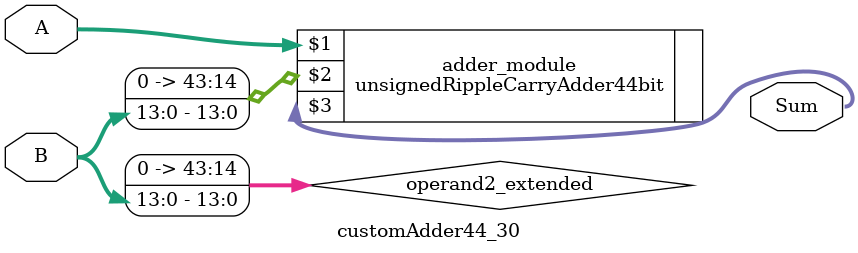
<source format=v>
module customAdder44_30(
                        input [43 : 0] A,
                        input [13 : 0] B,
                        
                        output [44 : 0] Sum
                );

        wire [43 : 0] operand2_extended;
        
        assign operand2_extended =  {30'b0, B};
        
        unsignedRippleCarryAdder44bit adder_module(
            A,
            operand2_extended,
            Sum
        );
        
        endmodule
        
</source>
